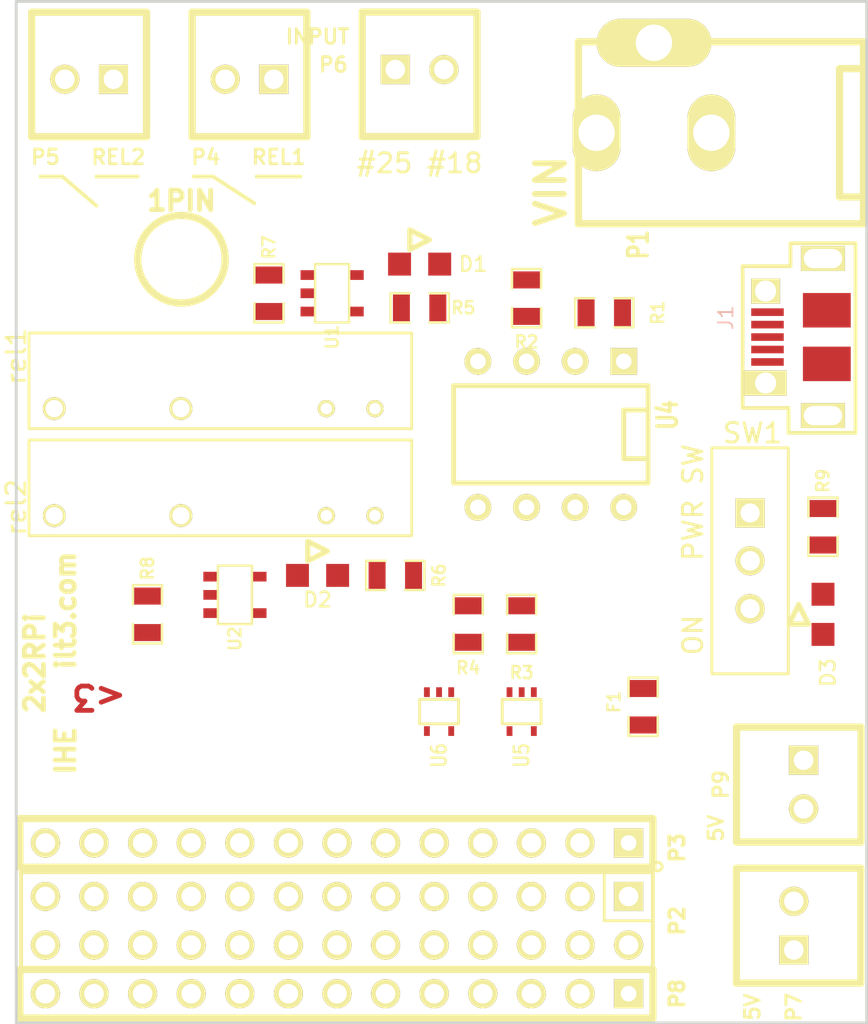
<source format=kicad_pcb>
(kicad_pcb (version 3) (host pcbnew "(2013-mar-13)-testing")

  (general
    (links 94)
    (no_connects 94)
    (area 101.524999 50.724999 146.125001 101.675001)
    (thickness 1.6)
    (drawings 16)
    (tracks 0)
    (zones 0)
    (modules 32)
    (nets 45)
  )

  (page USLetter)
  (title_block 
    (title 2x2RPi)
    (rev 01)
    (company "I Heart Engineering")
    (comment 1 "Designed by Carlos Chinchilla")
  )

  (layers
    (15 F.Cu signal)
    (0 B.Cu signal)
    (16 B.Adhes user)
    (17 F.Adhes user)
    (18 B.Paste user)
    (19 F.Paste user)
    (20 B.SilkS user)
    (21 F.SilkS user)
    (22 B.Mask user)
    (23 F.Mask user)
    (24 Dwgs.User user hide)
    (25 Cmts.User user)
    (26 Eco1.User user)
    (27 Eco2.User user)
    (28 Edge.Cuts user)
  )

  (setup
    (last_trace_width 0.4572)
    (trace_clearance 0.254)
    (zone_clearance 0.508)
    (zone_45_only no)
    (trace_min 0.254)
    (segment_width 0.2)
    (edge_width 0.15)
    (via_size 0.889)
    (via_drill 0.635)
    (via_min_size 0.889)
    (via_min_drill 0.508)
    (uvia_size 0.508)
    (uvia_drill 0.127)
    (uvias_allowed no)
    (uvia_min_size 0.508)
    (uvia_min_drill 0.127)
    (pcb_text_width 0.3)
    (pcb_text_size 1 1)
    (mod_edge_width 0.15)
    (mod_text_size 1 1)
    (mod_text_width 0.15)
    (pad_size 1.524 1.524)
    (pad_drill 1.016)
    (pad_to_mask_clearance 0)
    (aux_axis_origin 101.6 101.6)
    (visible_elements 7FFFFFFF)
    (pcbplotparams
      (layerselection 295698432)
      (usegerberextensions false)
      (excludeedgelayer false)
      (linewidth 152400)
      (plotframeref false)
      (viasonmask false)
      (mode 1)
      (useauxorigin false)
      (hpglpennumber 1)
      (hpglpenspeed 20)
      (hpglpendiameter 15)
      (hpglpenoverlay 2)
      (psnegative false)
      (psa4output false)
      (plotreference false)
      (plotvalue false)
      (plotothertext false)
      (plotinvisibletext false)
      (padsonsilk false)
      (subtractmaskfromsilk false)
      (outputformat 2)
      (mirror false)
      (drillshape 2)
      (scaleselection 1)
      (outputdirectory drawings/))
  )

  (net 0 "")
  (net 1 /3V3)
  (net 2 /5V-RPI)
  (net 3 /5V-Relay1)
  (net 4 /5V-Relay2)
  (net 5 /5Vreg)
  (net 6 /GPIO_18)
  (net 7 /GPIO_23)
  (net 8 /GPIO_24)
  (net 9 /GPIO_25)
  (net 10 /IN_18)
  (net 11 /IN_25)
  (net 12 GND)
  (net 13 N-0000010)
  (net 14 N-0000011)
  (net 15 N-0000012)
  (net 16 N-0000013)
  (net 17 N-0000014)
  (net 18 N-0000015)
  (net 19 N-0000017)
  (net 20 N-0000018)
  (net 21 N-000002)
  (net 22 N-0000022)
  (net 23 N-0000024)
  (net 24 N-0000025)
  (net 25 N-0000026)
  (net 26 N-0000027)
  (net 27 N-0000028)
  (net 28 N-0000029)
  (net 29 N-0000030)
  (net 30 N-0000031)
  (net 31 N-0000032)
  (net 32 N-0000033)
  (net 33 N-0000034)
  (net 34 N-0000035)
  (net 35 N-0000039)
  (net 36 N-000004)
  (net 37 N-0000040)
  (net 38 N-0000041)
  (net 39 N-0000042)
  (net 40 N-0000043)
  (net 41 N-0000044)
  (net 42 N-000005)
  (net 43 N-000006)
  (net 44 N-000007)

  (net_class Default "This is the default net class."
    (clearance 0.254)
    (trace_width 0.4572)
    (via_dia 0.889)
    (via_drill 0.635)
    (uvia_dia 0.508)
    (uvia_drill 0.127)
    (add_net "")
    (add_net /3V3)
    (add_net /5V-Relay1)
    (add_net /5V-Relay2)
    (add_net /5Vreg)
    (add_net /GPIO_18)
    (add_net /GPIO_23)
    (add_net /GPIO_24)
    (add_net /GPIO_25)
    (add_net /IN_18)
    (add_net /IN_25)
    (add_net GND)
    (add_net N-0000010)
    (add_net N-0000011)
    (add_net N-0000012)
    (add_net N-0000013)
    (add_net N-0000014)
    (add_net N-0000015)
    (add_net N-0000017)
    (add_net N-0000018)
    (add_net N-000002)
    (add_net N-0000022)
    (add_net N-0000024)
    (add_net N-0000025)
    (add_net N-0000026)
    (add_net N-0000027)
    (add_net N-0000028)
    (add_net N-0000029)
    (add_net N-0000030)
    (add_net N-0000031)
    (add_net N-0000032)
    (add_net N-0000033)
    (add_net N-0000034)
    (add_net N-0000035)
    (add_net N-0000039)
    (add_net N-000004)
    (add_net N-0000040)
    (add_net N-0000041)
    (add_net N-0000042)
    (add_net N-0000043)
    (add_net N-0000044)
    (add_net N-000005)
    (add_net N-000006)
    (add_net N-000007)
  )

  (net_class PWR ""
    (clearance 0.3556)
    (trace_width 0.4572)
    (via_dia 0.889)
    (via_drill 0.635)
    (uvia_dia 0.508)
    (uvia_drill 0.127)
    (add_net /5V-RPI)
  )

  (module SW_Slide_6x2mm (layer F.Cu) (tedit 51102873) (tstamp 510A6907)
    (at 139.954 80.01 270)
    (descr "Connecteur 3 pins")
    (tags "CONN DEV")
    (path /50F71423)
    (fp_text reference SW1 (at -6.6675 -0.127 360) (layer F.SilkS)
      (effects (font (size 1.016 1.016) (thickness 0.1524)))
    )
    (fp_text value "PWR SW" (at -3.048 2.9845 270) (layer F.SilkS)
      (effects (font (size 1.016 1.016) (thickness 0.1524)))
    )
    (fp_text user ON (at 3.8735 2.9845 270) (layer F.SilkS)
      (effects (font (size 1 1) (thickness 0.15)))
    )
    (fp_line (start -5.89788 1.99898) (end -5.89788 -1.99898) (layer F.SilkS) (width 0.1524))
    (fp_line (start -5.89788 -1.99898) (end 5.89788 -1.99898) (layer F.SilkS) (width 0.1524))
    (fp_line (start 5.89788 -1.99898) (end 5.89788 1.99898) (layer F.SilkS) (width 0.1524))
    (fp_line (start 5.89788 1.99898) (end -5.89788 1.99898) (layer F.SilkS) (width 0.1524))
    (pad 1 thru_hole rect (at -2.49936 0 270) (size 1.524 1.524) (drill 0.998218)
      (layers *.Cu *.Mask F.SilkS)
      (net 12 GND)
    )
    (pad 2 thru_hole circle (at 0 0 270) (size 1.524 1.524) (drill 1.016)
      (layers *.Cu *.Mask F.SilkS)
      (net 43 N-000006)
    )
    (pad 3 thru_hole circle (at 2.49936 0 270) (size 1.524 1.524) (drill 0.998218)
      (layers *.Cu *.Mask F.SilkS)
      (net 5 /5Vreg)
    )
    (model pin_array/pins_array_3x1.wrl
      (at (xyz 0 0 0))
      (scale (xyz 1 1 1))
      (rotate (xyz 0 0 0))
    )
  )

  (module "PIN_ARRAY_2X1_Screw Terminal" (layer F.Cu) (tedit 511027C3) (tstamp 510A69A9)
    (at 122.682 54.356)
    (descr "Connecteurs 2 pins")
    (tags "CONN DEV")
    (path /5109778F)
    (fp_text reference P6 (at -4.5085 -0.254) (layer F.SilkS)
      (effects (font (size 0.762 0.762) (thickness 0.1524)))
    )
    (fp_text value INPUT (at -5.334 -1.7145) (layer F.SilkS)
      (effects (font (size 0.762 0.762) (thickness 0.1524)))
    )
    (fp_text user "#25 #18" (at 0 4.8895) (layer F.SilkS)
      (effects (font (size 1 1) (thickness 0.15)))
    )
    (fp_line (start -2.99974 -2.99974) (end -2.99974 3.50012) (layer F.SilkS) (width 0.381))
    (fp_line (start -2.99974 3.50012) (end 2.99974 3.50012) (layer F.SilkS) (width 0.381))
    (fp_line (start 2.99974 3.50012) (end 2.99974 -2.99974) (layer F.SilkS) (width 0.381))
    (fp_line (start 2.99974 -2.99974) (end -2.99974 -2.99974) (layer F.SilkS) (width 0.381))
    (pad 1 thru_hole rect (at -1.27 0) (size 1.524 1.524) (drill 1.016)
      (layers *.Cu *.Mask F.SilkS)
      (net 11 /IN_25)
    )
    (pad 2 thru_hole circle (at 1.27 0) (size 1.524 1.524) (drill 1.016)
      (layers *.Cu *.Mask F.SilkS)
      (net 10 /IN_18)
    )
    (model pin_array/pins_array_2x1.wrl
      (at (xyz 0 0 0))
      (scale (xyz 1 1 1))
      (rotate (xyz 0 0 0))
    )
  )

  (module pin_array_13x2 (layer F.Cu) (tedit 51C226AF) (tstamp 510A69D5)
    (at 118.364 98.806 180)
    (descr "2 x 13 pins connector")
    (tags CONN)
    (path /50F6FFFF)
    (fp_text reference P2 (at -17.78 0 270) (layer F.SilkS)
      (effects (font (size 0.762 0.762) (thickness 0.1905)))
    )
    (fp_text value CONN_13X2 (at -0.254 0 180) (layer F.SilkS) hide
      (effects (font (size 1.016 1.016) (thickness 0.2032)))
    )
    (fp_line (start -16.51 0) (end -13.97 0) (layer F.SilkS) (width 0.15))
    (fp_line (start -13.97 0) (end -13.97 2.54) (layer F.SilkS) (width 0.15))
    (fp_circle (center -16.77 2.83) (end -16.56 2.75) (layer F.SilkS) (width 0.15))
    (fp_line (start -16.51 2.54) (end 16.51 2.54) (layer F.SilkS) (width 0.2032))
    (fp_line (start 16.51 -2.54) (end -16.51 -2.54) (layer F.SilkS) (width 0.2032))
    (fp_line (start -16.51 -2.54) (end -16.51 2.54) (layer F.SilkS) (width 0.2032))
    (fp_line (start 16.51 2.54) (end 16.51 -2.54) (layer F.SilkS) (width 0.2032))
    (pad 1 thru_hole rect (at -15.24 1.27 180) (size 1.524 1.524) (drill 1.016)
      (layers *.Cu *.Mask F.SilkS)
      (net 1 /3V3)
    )
    (pad 2 thru_hole circle (at -15.24 -1.27 180) (size 1.524 1.524) (drill 1.016)
      (layers *.Cu *.Mask F.SilkS)
      (net 2 /5V-RPI)
    )
    (pad 3 thru_hole circle (at -12.7 1.27 180) (size 1.524 1.524) (drill 1.016)
      (layers *.Cu *.Mask F.SilkS)
      (net 17 N-0000014)
    )
    (pad 4 thru_hole circle (at -12.7 -1.27 180) (size 1.524 1.524) (drill 1.016)
      (layers *.Cu *.Mask F.SilkS)
      (net 2 /5V-RPI)
    )
    (pad 5 thru_hole circle (at -10.16 1.27 180) (size 1.524 1.524) (drill 1.016)
      (layers *.Cu *.Mask F.SilkS)
      (net 34 N-0000035)
    )
    (pad 6 thru_hole circle (at -10.16 -1.27 180) (size 1.524 1.524) (drill 1.016)
      (layers *.Cu *.Mask F.SilkS)
      (net 12 GND)
    )
    (pad 7 thru_hole circle (at -7.62 1.27 180) (size 1.524 1.524) (drill 1.016)
      (layers *.Cu *.Mask F.SilkS)
      (net 33 N-0000034)
    )
    (pad 8 thru_hole circle (at -7.62 -1.27 180) (size 1.524 1.524) (drill 1.016)
      (layers *.Cu *.Mask F.SilkS)
      (net 20 N-0000018)
    )
    (pad 9 thru_hole circle (at -5.08 1.27 180) (size 1.524 1.524) (drill 1.016)
      (layers *.Cu *.Mask F.SilkS)
      (net 12 GND)
    )
    (pad 10 thru_hole circle (at -5.08 -1.27 180) (size 1.524 1.524) (drill 1.016)
      (layers *.Cu *.Mask F.SilkS)
      (net 19 N-0000017)
    )
    (pad 11 thru_hole circle (at -2.54 1.27 180) (size 1.524 1.524) (drill 1.016)
      (layers *.Cu *.Mask F.SilkS)
      (net 32 N-0000033)
    )
    (pad 12 thru_hole circle (at -2.54 -1.27 180) (size 1.524 1.524) (drill 1.016)
      (layers *.Cu *.Mask F.SilkS)
      (net 6 /GPIO_18)
    )
    (pad 13 thru_hole circle (at 0 1.27 180) (size 1.524 1.524) (drill 1.016)
      (layers *.Cu *.Mask F.SilkS)
      (net 31 N-0000032)
    )
    (pad 14 thru_hole circle (at 0 -1.27 180) (size 1.524 1.524) (drill 1.016)
      (layers *.Cu *.Mask F.SilkS)
      (net 12 GND)
    )
    (pad 15 thru_hole circle (at 2.54 1.27 180) (size 1.524 1.524) (drill 1.016)
      (layers *.Cu *.Mask F.SilkS)
      (net 30 N-0000031)
    )
    (pad 16 thru_hole circle (at 2.54 -1.27 180) (size 1.524 1.524) (drill 1.016)
      (layers *.Cu *.Mask F.SilkS)
      (net 7 /GPIO_23)
    )
    (pad 17 thru_hole circle (at 5.08 1.27 180) (size 1.524 1.524) (drill 1.016)
      (layers *.Cu *.Mask F.SilkS)
      (net 29 N-0000030)
    )
    (pad 18 thru_hole circle (at 5.08 -1.27 180) (size 1.524 1.524) (drill 1.016)
      (layers *.Cu *.Mask F.SilkS)
      (net 8 /GPIO_24)
    )
    (pad 19 thru_hole circle (at 7.62 1.27 180) (size 1.524 1.524) (drill 1.016)
      (layers *.Cu *.Mask F.SilkS)
      (net 28 N-0000029)
    )
    (pad 20 thru_hole circle (at 7.62 -1.27 180) (size 1.524 1.524) (drill 1.016)
      (layers *.Cu *.Mask F.SilkS)
      (net 12 GND)
    )
    (pad 21 thru_hole circle (at 10.16 1.27 180) (size 1.524 1.524) (drill 1.016)
      (layers *.Cu *.Mask F.SilkS)
      (net 26 N-0000027)
    )
    (pad 22 thru_hole circle (at 10.16 -1.27 180) (size 1.524 1.524) (drill 1.016)
      (layers *.Cu *.Mask F.SilkS)
      (net 9 /GPIO_25)
    )
    (pad 23 thru_hole circle (at 12.7 1.27 180) (size 1.524 1.524) (drill 1.016)
      (layers *.Cu *.Mask F.SilkS)
      (net 27 N-0000028)
    )
    (pad 24 thru_hole circle (at 12.7 -1.27 180) (size 1.524 1.524) (drill 1.016)
      (layers *.Cu *.Mask F.SilkS)
      (net 23 N-0000024)
    )
    (pad 25 thru_hole circle (at 15.24 1.27 180) (size 1.524 1.524) (drill 1.016)
      (layers *.Cu *.Mask F.SilkS)
      (net 12 GND)
    )
    (pad 26 thru_hole circle (at 15.24 -1.27 180) (size 1.524 1.524) (drill 1.016)
      (layers *.Cu *.Mask F.SilkS)
      (net 22 N-0000022)
    )
    (model pin_array/pins_array_13x2.wrl
      (at (xyz 0 0 0))
      (scale (xyz 1 1 1))
      (rotate (xyz 0 0 0))
    )
  )

  (module SOT23-5 (layer F.Cu) (tedit 51100DA8) (tstamp 510A6922)
    (at 113.03 81.788 270)
    (path /51096935)
    (attr smd)
    (fp_text reference U2 (at 2.286 0 270) (layer F.SilkS)
      (effects (font (size 0.635 0.635) (thickness 0.127)))
    )
    (fp_text value LowCurVReg (at 0 0 360) (layer F.SilkS) hide
      (effects (font (size 0.635 0.635) (thickness 0.127)))
    )
    (fp_line (start 1.524 -0.889) (end 1.524 0.889) (layer F.SilkS) (width 0.127))
    (fp_line (start 1.524 0.889) (end -1.524 0.889) (layer F.SilkS) (width 0.127))
    (fp_line (start -1.524 0.889) (end -1.524 -0.889) (layer F.SilkS) (width 0.127))
    (fp_line (start -1.524 -0.889) (end 1.524 -0.889) (layer F.SilkS) (width 0.127))
    (pad 1 smd rect (at -0.9525 1.27 270) (size 0.508 0.762)
      (layers F.Cu F.Paste F.Mask)
      (net 2 /5V-RPI)
    )
    (pad 3 smd rect (at 0.9525 1.27 270) (size 0.508 0.762)
      (layers F.Cu F.Paste F.Mask)
      (net 8 /GPIO_24)
    )
    (pad 5 smd rect (at -0.9525 -1.27 270) (size 0.508 0.762)
      (layers F.Cu F.Paste F.Mask)
      (net 4 /5V-Relay2)
    )
    (pad 2 smd rect (at 0 1.27 270) (size 0.508 0.762)
      (layers F.Cu F.Paste F.Mask)
      (net 12 GND)
    )
    (pad 4 smd rect (at 0.9525 -1.27 270) (size 0.508 0.762)
      (layers F.Cu F.Paste F.Mask)
    )
    (model smd/SOT23_5.wrl
      (at (xyz 0 0 0))
      (scale (xyz 0.1 0.1 0.1))
      (rotate (xyz 0 0 0))
    )
  )

  (module SOT23-5 (layer F.Cu) (tedit 51100DB4) (tstamp 510A692F)
    (at 118.11 66.04 270)
    (path /50F73BFD)
    (attr smd)
    (fp_text reference U1 (at 2.286 0 270) (layer F.SilkS)
      (effects (font (size 0.635 0.635) (thickness 0.127)))
    )
    (fp_text value LowCurVReg (at 0 0 360) (layer F.SilkS) hide
      (effects (font (size 0.635 0.635) (thickness 0.127)))
    )
    (fp_line (start 1.524 -0.889) (end 1.524 0.889) (layer F.SilkS) (width 0.127))
    (fp_line (start 1.524 0.889) (end -1.524 0.889) (layer F.SilkS) (width 0.127))
    (fp_line (start -1.524 0.889) (end -1.524 -0.889) (layer F.SilkS) (width 0.127))
    (fp_line (start -1.524 -0.889) (end 1.524 -0.889) (layer F.SilkS) (width 0.127))
    (pad 1 smd rect (at -0.9525 1.27 270) (size 0.508 0.762)
      (layers F.Cu F.Paste F.Mask)
      (net 2 /5V-RPI)
    )
    (pad 3 smd rect (at 0.9525 1.27 270) (size 0.508 0.762)
      (layers F.Cu F.Paste F.Mask)
      (net 7 /GPIO_23)
    )
    (pad 5 smd rect (at -0.9525 -1.27 270) (size 0.508 0.762)
      (layers F.Cu F.Paste F.Mask)
      (net 3 /5V-Relay1)
    )
    (pad 2 smd rect (at 0 1.27 270) (size 0.508 0.762)
      (layers F.Cu F.Paste F.Mask)
      (net 12 GND)
    )
    (pad 4 smd rect (at 0.9525 -1.27 270) (size 0.508 0.762)
      (layers F.Cu F.Paste F.Mask)
    )
    (model smd/SOT23_5.wrl
      (at (xyz 0 0 0))
      (scale (xyz 0.1 0.1 0.1))
      (rotate (xyz 0 0 0))
    )
  )

  (module SM0805_NonPol (layer F.Cu) (tedit 51100D43) (tstamp 510A693B)
    (at 125.222 83.312 270)
    (path /510975F8)
    (attr smd)
    (fp_text reference R4 (at 2.286 0 360) (layer F.SilkS)
      (effects (font (size 0.635 0.635) (thickness 0.127)))
    )
    (fp_text value 1k (at 0 0.59944 270) (layer F.SilkS) hide
      (effects (font (size 0.635 0.635) (thickness 0.127)))
    )
    (fp_line (start -0.508 0.762) (end -1.524 0.762) (layer F.SilkS) (width 0.127))
    (fp_line (start -1.524 0.762) (end -1.524 -0.762) (layer F.SilkS) (width 0.127))
    (fp_line (start -1.524 -0.762) (end -0.508 -0.762) (layer F.SilkS) (width 0.127))
    (fp_line (start 0.508 -0.762) (end 1.524 -0.762) (layer F.SilkS) (width 0.127))
    (fp_line (start 1.524 -0.762) (end 1.524 0.762) (layer F.SilkS) (width 0.127))
    (fp_line (start 1.524 0.762) (end 0.508 0.762) (layer F.SilkS) (width 0.127))
    (pad 1 smd rect (at -0.9525 0 270) (size 0.889 1.397)
      (layers F.Cu F.Paste F.Mask)
      (net 37 N-0000040)
    )
    (pad 2 smd rect (at 0.9525 0 270) (size 0.889 1.397)
      (layers F.Cu F.Paste F.Mask)
      (net 1 /3V3)
    )
    (model smd/chip_cms.wrl
      (at (xyz 0 0 0))
      (scale (xyz 0.1 0.1 0.1))
      (rotate (xyz 0 0 0))
    )
  )

  (module SM0805_NonPol (layer F.Cu) (tedit 51100D3E) (tstamp 510A6947)
    (at 128.016 83.312 270)
    (path /51097605)
    (attr smd)
    (fp_text reference R3 (at 2.54 0 360) (layer F.SilkS)
      (effects (font (size 0.635 0.635) (thickness 0.127)))
    )
    (fp_text value 1k (at 0 0.59944 270) (layer F.SilkS) hide
      (effects (font (size 0.635 0.635) (thickness 0.127)))
    )
    (fp_line (start -0.508 0.762) (end -1.524 0.762) (layer F.SilkS) (width 0.127))
    (fp_line (start -1.524 0.762) (end -1.524 -0.762) (layer F.SilkS) (width 0.127))
    (fp_line (start -1.524 -0.762) (end -0.508 -0.762) (layer F.SilkS) (width 0.127))
    (fp_line (start 0.508 -0.762) (end 1.524 -0.762) (layer F.SilkS) (width 0.127))
    (fp_line (start 1.524 -0.762) (end 1.524 0.762) (layer F.SilkS) (width 0.127))
    (fp_line (start 1.524 0.762) (end 0.508 0.762) (layer F.SilkS) (width 0.127))
    (pad 1 smd rect (at -0.9525 0 270) (size 0.889 1.397)
      (layers F.Cu F.Paste F.Mask)
      (net 35 N-0000039)
    )
    (pad 2 smd rect (at 0.9525 0 270) (size 0.889 1.397)
      (layers F.Cu F.Paste F.Mask)
      (net 1 /3V3)
    )
    (model smd/chip_cms.wrl
      (at (xyz 0 0 0))
      (scale (xyz 0.1 0.1 0.1))
      (rotate (xyz 0 0 0))
    )
  )

  (module SM0805_NonPol (layer F.Cu) (tedit 51100FCB) (tstamp 510A6953)
    (at 132.334 67.056)
    (path /51097A13)
    (attr smd)
    (fp_text reference R1 (at 2.794 0 90) (layer F.SilkS)
      (effects (font (size 0.635 0.635) (thickness 0.127)))
    )
    (fp_text value 680 (at 0 0.59944) (layer F.SilkS) hide
      (effects (font (size 0.635 0.635) (thickness 0.127)))
    )
    (fp_line (start -0.508 0.762) (end -1.524 0.762) (layer F.SilkS) (width 0.127))
    (fp_line (start -1.524 0.762) (end -1.524 -0.762) (layer F.SilkS) (width 0.127))
    (fp_line (start -1.524 -0.762) (end -0.508 -0.762) (layer F.SilkS) (width 0.127))
    (fp_line (start 0.508 -0.762) (end 1.524 -0.762) (layer F.SilkS) (width 0.127))
    (fp_line (start 1.524 -0.762) (end 1.524 0.762) (layer F.SilkS) (width 0.127))
    (fp_line (start 1.524 0.762) (end 0.508 0.762) (layer F.SilkS) (width 0.127))
    (pad 1 smd rect (at -0.9525 0) (size 0.889 1.397)
      (layers F.Cu F.Paste F.Mask)
      (net 10 /IN_18)
    )
    (pad 2 smd rect (at 0.9525 0) (size 0.889 1.397)
      (layers F.Cu F.Paste F.Mask)
      (net 15 N-0000012)
    )
    (model smd/chip_cms.wrl
      (at (xyz 0 0 0))
      (scale (xyz 0.1 0.1 0.1))
      (rotate (xyz 0 0 0))
    )
  )

  (module SM0805_NonPol (layer F.Cu) (tedit 51100FDB) (tstamp 510A695F)
    (at 128.27 66.294 270)
    (path /51097A9C)
    (attr smd)
    (fp_text reference R2 (at 2.286 0 360) (layer F.SilkS)
      (effects (font (size 0.635 0.635) (thickness 0.127)))
    )
    (fp_text value 680 (at 0 0.59944 270) (layer F.SilkS) hide
      (effects (font (size 0.635 0.635) (thickness 0.127)))
    )
    (fp_line (start -0.508 0.762) (end -1.524 0.762) (layer F.SilkS) (width 0.127))
    (fp_line (start -1.524 0.762) (end -1.524 -0.762) (layer F.SilkS) (width 0.127))
    (fp_line (start -1.524 -0.762) (end -0.508 -0.762) (layer F.SilkS) (width 0.127))
    (fp_line (start 0.508 -0.762) (end 1.524 -0.762) (layer F.SilkS) (width 0.127))
    (fp_line (start 1.524 -0.762) (end 1.524 0.762) (layer F.SilkS) (width 0.127))
    (fp_line (start 1.524 0.762) (end 0.508 0.762) (layer F.SilkS) (width 0.127))
    (pad 1 smd rect (at -0.9525 0 270) (size 0.889 1.397)
      (layers F.Cu F.Paste F.Mask)
      (net 11 /IN_25)
    )
    (pad 2 smd rect (at 0.9525 0 270) (size 0.889 1.397)
      (layers F.Cu F.Paste F.Mask)
      (net 14 N-0000011)
    )
    (model smd/chip_cms.wrl
      (at (xyz 0 0 0))
      (scale (xyz 0.1 0.1 0.1))
      (rotate (xyz 0 0 0))
    )
  )

  (module Relay (layer F.Cu) (tedit 51B90C42) (tstamp 510A696B)
    (at 112.268 70.612 180)
    (path /50F73F7C)
    (fp_text reference rel1 (at 10.668 1.27 270) (layer F.SilkS)
      (effects (font (size 1 1) (thickness 0.15)))
    )
    (fp_text value RELAY (at -6.01 0.67 180) (layer F.SilkS) hide
      (effects (font (size 1 1) (thickness 0.15)))
    )
    (fp_line (start -10 -2.5) (end -10 2.5) (layer F.SilkS) (width 0.15))
    (fp_line (start -10 2.5) (end 10 2.5) (layer F.SilkS) (width 0.15))
    (fp_line (start 10 2.5) (end 10 -2.5) (layer F.SilkS) (width 0.15))
    (fp_line (start 10 -2.5) (end -10 -2.5) (layer F.SilkS) (width 0.15))
    (pad 4 thru_hole circle (at 8.68 -1.45 180) (size 1.2 1.2) (drill 0.9)
      (layers *.Cu *.Mask F.SilkS)
      (net 38 N-0000041)
    )
    (pad 3 thru_hole circle (at 2.06 -1.45 180) (size 1.2 1.2) (drill 0.9)
      (layers *.Cu *.Mask F.SilkS)
      (net 39 N-0000042)
    )
    (pad 1 thru_hole circle (at -8.08 -1.45 180) (size 0.9 0.9) (drill 0.599998)
      (layers *.Cu *.Mask F.SilkS)
      (net 16 N-0000013)
    )
    (pad 2 thru_hole circle (at -5.54 -1.45 180) (size 0.9 0.9) (drill 0.599998)
      (layers *.Cu *.Mask F.SilkS)
      (net 12 GND)
    )
  )

  (module Relay (layer F.Cu) (tedit 51B90C46) (tstamp 510A6977)
    (at 112.268 76.2 180)
    (path /51096945)
    (fp_text reference rel2 (at 10.668 -1.016 270) (layer F.SilkS)
      (effects (font (size 1 1) (thickness 0.15)))
    )
    (fp_text value RELAY (at -6.01 0.67 180) (layer F.SilkS) hide
      (effects (font (size 1 1) (thickness 0.15)))
    )
    (fp_line (start -10 -2.5) (end -10 2.5) (layer F.SilkS) (width 0.15))
    (fp_line (start -10 2.5) (end 10 2.5) (layer F.SilkS) (width 0.15))
    (fp_line (start 10 2.5) (end 10 -2.5) (layer F.SilkS) (width 0.15))
    (fp_line (start 10 -2.5) (end -10 -2.5) (layer F.SilkS) (width 0.15))
    (pad 4 thru_hole circle (at 8.68 -1.45 180) (size 1.2 1.2) (drill 0.9)
      (layers *.Cu *.Mask F.SilkS)
      (net 40 N-0000043)
    )
    (pad 3 thru_hole circle (at 2.06 -1.45 180) (size 1.2 1.2) (drill 0.9)
      (layers *.Cu *.Mask F.SilkS)
      (net 41 N-0000044)
    )
    (pad 1 thru_hole circle (at -8.08 -1.45 180) (size 0.9 0.9) (drill 0.599998)
      (layers *.Cu *.Mask F.SilkS)
      (net 36 N-000004)
    )
    (pad 2 thru_hole circle (at -5.54 -1.45 180) (size 0.9 0.9) (drill 0.599998)
      (layers *.Cu *.Mask F.SilkS)
      (net 12 GND)
    )
  )

  (module DIP-8__300 (layer F.Cu) (tedit 51C225F5) (tstamp 510A69E8)
    (at 129.54 73.406 180)
    (descr "8 pins DIL package, round pads")
    (tags DIL)
    (path /510974CE)
    (fp_text reference U4 (at -6.096 1.016 270) (layer F.SilkS)
      (effects (font (size 1.016 0.762) (thickness 0.1905)))
    )
    (fp_text value TLP2531 (at 0 0 180) (layer F.SilkS) hide
      (effects (font (size 1.27 1.016) (thickness 0.2032)))
    )
    (fp_line (start -5.08 -1.27) (end -3.81 -1.27) (layer F.SilkS) (width 0.254))
    (fp_line (start -3.81 -1.27) (end -3.81 1.27) (layer F.SilkS) (width 0.254))
    (fp_line (start -3.81 1.27) (end -5.08 1.27) (layer F.SilkS) (width 0.254))
    (fp_line (start -5.08 -2.54) (end 5.08 -2.54) (layer F.SilkS) (width 0.254))
    (fp_line (start 5.08 -2.54) (end 5.08 2.54) (layer F.SilkS) (width 0.254))
    (fp_line (start 5.08 2.54) (end -5.08 2.54) (layer F.SilkS) (width 0.254))
    (fp_line (start -5.08 2.54) (end -5.08 -2.54) (layer F.SilkS) (width 0.254))
    (pad 1 thru_hole rect (at -3.81 3.81 180) (size 1.397 1.397) (drill 0.812799)
      (layers *.Cu *.Mask F.SilkS)
      (net 15 N-0000012)
    )
    (pad 2 thru_hole circle (at -1.27 3.81 180) (size 1.397 1.397) (drill 0.812799)
      (layers *.Cu *.Mask F.SilkS)
      (net 12 GND)
    )
    (pad 3 thru_hole circle (at 1.27 3.81 180) (size 1.397 1.397) (drill 0.812799)
      (layers *.Cu *.Mask F.SilkS)
      (net 14 N-0000011)
    )
    (pad 4 thru_hole circle (at 3.81 3.81 180) (size 1.397 1.397) (drill 0.812799)
      (layers *.Cu *.Mask F.SilkS)
      (net 12 GND)
    )
    (pad 5 thru_hole circle (at 3.81 -3.81 180) (size 1.397 1.397) (drill 0.812799)
      (layers *.Cu *.Mask F.SilkS)
      (net 12 GND)
    )
    (pad 6 thru_hole circle (at 1.27 -3.81 180) (size 1.397 1.397) (drill 0.812799)
      (layers *.Cu *.Mask F.SilkS)
      (net 37 N-0000040)
    )
    (pad 7 thru_hole circle (at -1.27 -3.81 180) (size 1.397 1.397) (drill 0.812799)
      (layers *.Cu *.Mask F.SilkS)
      (net 35 N-0000039)
    )
    (pad 8 thru_hole circle (at -3.81 -3.81 180) (size 1.397 1.397) (drill 0.812799)
      (layers *.Cu *.Mask F.SilkS)
      (net 1 /3V3)
    )
    (model dil/dil_8.wrl
      (at (xyz 0 0 0))
      (scale (xyz 1 1 1))
      (rotate (xyz 0 0 0))
    )
  )

  (module SOT353 (layer F.Cu) (tedit 51C2263D) (tstamp 5110012E)
    (at 123.698 87.884 270)
    (descr SOT353)
    (path /511000CE)
    (attr smd)
    (fp_text reference U6 (at 2.286 0 270) (layer F.SilkS)
      (effects (font (size 0.762 0.635) (thickness 0.127)))
    )
    (fp_text value INVERTER-1CH (at 0.09906 0 360) (layer F.SilkS) hide
      (effects (font (size 0.762 0.635) (thickness 0.127)))
    )
    (fp_line (start 0.635 1.016) (end 0.635 -1.016) (layer F.SilkS) (width 0.1524))
    (fp_line (start 0.635 -1.016) (end -0.635 -1.016) (layer F.SilkS) (width 0.1524))
    (fp_line (start -0.635 -1.016) (end -0.635 1.016) (layer F.SilkS) (width 0.1524))
    (fp_line (start -0.635 1.016) (end 0.635 1.016) (layer F.SilkS) (width 0.1524))
    (pad 1 smd rect (at -1.016 -0.635 270) (size 0.508 0.3048)
      (layers F.Cu F.Paste F.Mask)
      (net 18 N-0000015)
    )
    (pad 3 smd rect (at -1.016 0.635 270) (size 0.508 0.3048)
      (layers F.Cu F.Paste F.Mask)
      (net 12 GND)
    )
    (pad 5 smd rect (at 1.016 -0.635 270) (size 0.508 0.3048)
      (layers F.Cu F.Paste F.Mask)
      (net 1 /3V3)
    )
    (pad 2 smd rect (at -1.016 0 270) (size 0.508 0.3048)
      (layers F.Cu F.Paste F.Mask)
      (net 37 N-0000040)
    )
    (pad 4 smd rect (at 1.016 0.635 270) (size 0.508 0.3048)
      (layers F.Cu F.Paste F.Mask)
      (net 9 /GPIO_25)
    )
    (model smd/SOT23_5.wrl
      (at (xyz 0 0 0))
      (scale (xyz 0.07000000000000001 0.09 0.08))
      (rotate (xyz 0 0 90))
    )
  )

  (module SOT353 (layer F.Cu) (tedit 51C22633) (tstamp 510A6915)
    (at 128.016 87.884 270)
    (descr SOT353)
    (path /51100048)
    (attr smd)
    (fp_text reference U5 (at 2.286 0 270) (layer F.SilkS)
      (effects (font (size 0.762 0.635) (thickness 0.127)))
    )
    (fp_text value INVERTER-1CH (at 0.09906 0 270) (layer F.SilkS) hide
      (effects (font (size 0.762 0.635) (thickness 0.127)))
    )
    (fp_line (start 0.635 1.016) (end 0.635 -1.016) (layer F.SilkS) (width 0.1524))
    (fp_line (start 0.635 -1.016) (end -0.635 -1.016) (layer F.SilkS) (width 0.1524))
    (fp_line (start -0.635 -1.016) (end -0.635 1.016) (layer F.SilkS) (width 0.1524))
    (fp_line (start -0.635 1.016) (end 0.635 1.016) (layer F.SilkS) (width 0.1524))
    (pad 1 smd rect (at -1.016 -0.635 270) (size 0.508 0.3048)
      (layers F.Cu F.Paste F.Mask)
      (net 13 N-0000010)
    )
    (pad 3 smd rect (at -1.016 0.635 270) (size 0.508 0.3048)
      (layers F.Cu F.Paste F.Mask)
      (net 12 GND)
    )
    (pad 5 smd rect (at 1.016 -0.635 270) (size 0.508 0.3048)
      (layers F.Cu F.Paste F.Mask)
      (net 1 /3V3)
    )
    (pad 2 smd rect (at -1.016 0 270) (size 0.508 0.3048)
      (layers F.Cu F.Paste F.Mask)
      (net 35 N-0000039)
    )
    (pad 4 smd rect (at 1.016 0.635 270) (size 0.508 0.3048)
      (layers F.Cu F.Paste F.Mask)
      (net 6 /GPIO_18)
    )
    (model smd/SOT23_5.wrl
      (at (xyz 0 0 0))
      (scale (xyz 0.07000000000000001 0.09 0.08))
      (rotate (xyz 0 0 90))
    )
  )

  (module "PIN_ARRAY_2X1_Screw Terminal" (layer F.Cu) (tedit 51100ECA) (tstamp 510A6981)
    (at 113.792 54.864 180)
    (descr "Connecteurs 2 pins")
    (tags "CONN DEV")
    (path /50F73F8B)
    (fp_text reference P4 (at 2.286 -4.064 180) (layer F.SilkS)
      (effects (font (size 0.762 0.762) (thickness 0.1524)))
    )
    (fp_text value REL1 (at -1.524 -4.064 180) (layer F.SilkS)
      (effects (font (size 0.762 0.762) (thickness 0.1524)))
    )
    (fp_line (start -2.99974 -2.99974) (end -2.99974 3.50012) (layer F.SilkS) (width 0.381))
    (fp_line (start -2.99974 3.50012) (end 2.99974 3.50012) (layer F.SilkS) (width 0.381))
    (fp_line (start 2.99974 3.50012) (end 2.99974 -2.99974) (layer F.SilkS) (width 0.381))
    (fp_line (start 2.99974 -2.99974) (end -2.99974 -2.99974) (layer F.SilkS) (width 0.381))
    (pad 1 thru_hole rect (at -1.27 0 180) (size 1.524 1.524) (drill 1.016)
      (layers *.Cu *.Mask F.SilkS)
      (net 39 N-0000042)
    )
    (pad 2 thru_hole circle (at 1.27 0 180) (size 1.524 1.524) (drill 1.016)
      (layers *.Cu *.Mask F.SilkS)
      (net 38 N-0000041)
    )
    (model pin_array/pins_array_2x1.wrl
      (at (xyz 0 0 0))
      (scale (xyz 1 1 1))
      (rotate (xyz 0 0 0))
    )
  )

  (module "PIN_ARRAY_2X1_Screw Terminal" (layer F.Cu) (tedit 511027B9) (tstamp 510A698B)
    (at 142.24 99.06 90)
    (descr "Connecteurs 2 pins")
    (tags "CONN DEV")
    (path /50F7406E)
    (fp_text reference P7 (at -4.2545 0 90) (layer F.SilkS)
      (effects (font (size 0.762 0.762) (thickness 0.1524)))
    )
    (fp_text value 5V (at -4.2545 -2.159 90) (layer F.SilkS)
      (effects (font (size 0.762 0.762) (thickness 0.1524)))
    )
    (fp_line (start -2.99974 -2.99974) (end -2.99974 3.50012) (layer F.SilkS) (width 0.381))
    (fp_line (start -2.99974 3.50012) (end 2.99974 3.50012) (layer F.SilkS) (width 0.381))
    (fp_line (start 2.99974 3.50012) (end 2.99974 -2.99974) (layer F.SilkS) (width 0.381))
    (fp_line (start 2.99974 -2.99974) (end -2.99974 -2.99974) (layer F.SilkS) (width 0.381))
    (pad 1 thru_hole rect (at -1.27 0 90) (size 1.524 1.524) (drill 1.016)
      (layers *.Cu *.Mask F.SilkS)
      (net 2 /5V-RPI)
    )
    (pad 2 thru_hole circle (at 1.27 0 90) (size 1.524 1.524) (drill 1.016)
      (layers *.Cu *.Mask F.SilkS)
      (net 12 GND)
    )
    (model pin_array/pins_array_2x1.wrl
      (at (xyz 0 0 0))
      (scale (xyz 1 1 1))
      (rotate (xyz 0 0 0))
    )
  )

  (module "PIN_ARRAY_2X1_Screw Terminal" (layer F.Cu) (tedit 51100C78) (tstamp 510A699F)
    (at 105.41 54.864 180)
    (descr "Connecteurs 2 pins")
    (tags "CONN DEV")
    (path /5109694B)
    (fp_text reference P5 (at 2.286 -4.064 180) (layer F.SilkS)
      (effects (font (size 0.762 0.762) (thickness 0.1524)))
    )
    (fp_text value REL2 (at -1.524 -4.064 180) (layer F.SilkS)
      (effects (font (size 0.762 0.762) (thickness 0.1524)))
    )
    (fp_line (start -2.99974 -2.99974) (end -2.99974 3.50012) (layer F.SilkS) (width 0.381))
    (fp_line (start -2.99974 3.50012) (end 2.99974 3.50012) (layer F.SilkS) (width 0.381))
    (fp_line (start 2.99974 3.50012) (end 2.99974 -2.99974) (layer F.SilkS) (width 0.381))
    (fp_line (start 2.99974 -2.99974) (end -2.99974 -2.99974) (layer F.SilkS) (width 0.381))
    (pad 1 thru_hole rect (at -1.27 0 180) (size 1.524 1.524) (drill 1.016)
      (layers *.Cu *.Mask F.SilkS)
      (net 41 N-0000044)
    )
    (pad 2 thru_hole circle (at 1.27 0 180) (size 1.524 1.524) (drill 1.016)
      (layers *.Cu *.Mask F.SilkS)
      (net 40 N-0000043)
    )
    (model pin_array/pins_array_2x1.wrl
      (at (xyz 0 0 0))
      (scale (xyz 1 1 1))
      (rotate (xyz 0 0 0))
    )
  )

  (module PJ-102A (layer F.Cu) (tedit 51C22618) (tstamp 510A6995)
    (at 138.43 57.658 180)
    (path /50F708FB)
    (fp_text reference P1 (at 4.318 -5.842 270) (layer F.SilkS)
      (effects (font (size 1.016 0.762) (thickness 0.1905)))
    )
    (fp_text value VIN (at 8.89 -3.048 270) (layer F.SilkS)
      (effects (font (thickness 0.3048)))
    )
    (fp_line (start -7.29996 -3.35026) (end -6.20014 -3.35026) (layer F.SilkS) (width 0.381))
    (fp_line (start -6.20014 -3.35026) (end -6.20014 3.35026) (layer F.SilkS) (width 0.381))
    (fp_line (start -6.20014 3.35026) (end -7.2009 3.35026) (layer F.SilkS) (width 0.381))
    (fp_line (start -7.44982 -4.7498) (end 7.44982 -4.7498) (layer F.SilkS) (width 0.381))
    (fp_line (start 7.44982 -4.7498) (end 7.44982 4.7498) (layer F.SilkS) (width 0.381))
    (fp_line (start 7.44982 4.7498) (end -7.44982 4.7498) (layer F.SilkS) (width 0.381))
    (fp_line (start -7.44982 4.7498) (end -7.44982 -4.7498) (layer F.SilkS) (width 0.381))
    (pad 3 thru_hole oval (at 3.50012 4.699 180) (size 5.99948 2.49936) (drill 1.89992)
      (layers *.Cu *.Mask F.SilkS)
    )
    (pad 2 thru_hole oval (at 0.50038 0 180) (size 2.49936 4.0005) (drill 1.89992)
      (layers *.Cu *.Mask F.SilkS)
      (net 12 GND)
    )
    (pad 1 thru_hole oval (at 6.49986 0 180) (size 2.49936 4.0005) (drill 1.89992)
      (layers *.Cu *.Mask F.SilkS)
      (net 5 /5Vreg)
    )
  )

  (module SM0805_NonPol (layer F.Cu) (tedit 51C2119E) (tstamp 51B90C6A)
    (at 122.682 66.802 180)
    (path /51B90B25)
    (attr smd)
    (fp_text reference R5 (at -2.286 0 180) (layer F.SilkS)
      (effects (font (size 0.635 0.635) (thickness 0.127)))
    )
    (fp_text value R (at 0 0.59944 180) (layer F.SilkS) hide
      (effects (font (size 0.635 0.635) (thickness 0.127)))
    )
    (fp_line (start -0.508 0.762) (end -1.524 0.762) (layer F.SilkS) (width 0.127))
    (fp_line (start -1.524 0.762) (end -1.524 -0.762) (layer F.SilkS) (width 0.127))
    (fp_line (start -1.524 -0.762) (end -0.508 -0.762) (layer F.SilkS) (width 0.127))
    (fp_line (start 0.508 -0.762) (end 1.524 -0.762) (layer F.SilkS) (width 0.127))
    (fp_line (start 1.524 -0.762) (end 1.524 0.762) (layer F.SilkS) (width 0.127))
    (fp_line (start 1.524 0.762) (end 0.508 0.762) (layer F.SilkS) (width 0.127))
    (pad 1 smd rect (at -0.9525 0 180) (size 0.889 1.397)
      (layers F.Cu F.Paste F.Mask)
      (net 21 N-000002)
    )
    (pad 2 smd rect (at 0.9525 0 180) (size 0.889 1.397)
      (layers F.Cu F.Paste F.Mask)
      (net 16 N-0000013)
    )
    (model smd/chip_cms.wrl
      (at (xyz 0 0 0))
      (scale (xyz 0.1 0.1 0.1))
      (rotate (xyz 0 0 0))
    )
  )

  (module SM0805_NonPol (layer F.Cu) (tedit 51C211B9) (tstamp 51B90C76)
    (at 121.412 80.772)
    (path /51B90B3B)
    (attr smd)
    (fp_text reference R6 (at 2.286 0 90) (layer F.SilkS)
      (effects (font (size 0.635 0.635) (thickness 0.127)))
    )
    (fp_text value R (at 0 0.59944) (layer F.SilkS) hide
      (effects (font (size 0.635 0.635) (thickness 0.127)))
    )
    (fp_line (start -0.508 0.762) (end -1.524 0.762) (layer F.SilkS) (width 0.127))
    (fp_line (start -1.524 0.762) (end -1.524 -0.762) (layer F.SilkS) (width 0.127))
    (fp_line (start -1.524 -0.762) (end -0.508 -0.762) (layer F.SilkS) (width 0.127))
    (fp_line (start 0.508 -0.762) (end 1.524 -0.762) (layer F.SilkS) (width 0.127))
    (fp_line (start 1.524 -0.762) (end 1.524 0.762) (layer F.SilkS) (width 0.127))
    (fp_line (start 1.524 0.762) (end 0.508 0.762) (layer F.SilkS) (width 0.127))
    (pad 1 smd rect (at -0.9525 0) (size 0.889 1.397)
      (layers F.Cu F.Paste F.Mask)
      (net 44 N-000007)
    )
    (pad 2 smd rect (at 0.9525 0) (size 0.889 1.397)
      (layers F.Cu F.Paste F.Mask)
      (net 36 N-000004)
    )
    (model smd/chip_cms.wrl
      (at (xyz 0 0 0))
      (scale (xyz 0.1 0.1 0.1))
      (rotate (xyz 0 0 0))
    )
  )

  (module "LED SMD 0805" (layer F.Cu) (tedit 51C211A6) (tstamp 51C2A6D8)
    (at 122.682 64.516)
    (descr "LED 0805 smd package")
    (tags "LED 0805 SMD")
    (path /51BA1BD1)
    (attr smd)
    (fp_text reference D1 (at 2.794 0) (layer F.SilkS)
      (effects (font (size 0.762 0.762) (thickness 0.127)))
    )
    (fp_text value DIODE (at 0 0.254) (layer F.SilkS) hide
      (effects (font (size 0.762 0.762) (thickness 0.127)))
    )
    (fp_line (start -0.508 -1.778) (end 0.508 -1.27) (layer F.SilkS) (width 0.27686))
    (fp_line (start 0.508 -1.27) (end -0.508 -0.762) (layer F.SilkS) (width 0.27686))
    (fp_line (start -0.508 -0.762) (end -0.508 -1.778) (layer F.SilkS) (width 0.27686))
    (pad 1 smd rect (at -1.04902 0) (size 1.19888 1.19888)
      (layers F.Cu F.Paste F.Mask)
      (net 3 /5V-Relay1)
    )
    (pad 2 smd rect (at 1.04902 0) (size 1.19888 1.19888)
      (layers F.Cu F.Paste F.Mask)
      (net 21 N-000002)
    )
  )

  (module "LED SMD 0805" (layer F.Cu) (tedit 51C211C1) (tstamp 51C2A6E1)
    (at 117.348 80.772)
    (descr "LED 0805 smd package")
    (tags "LED 0805 SMD")
    (path /51BA1BC4)
    (attr smd)
    (fp_text reference D2 (at 0 1.27) (layer F.SilkS)
      (effects (font (size 0.762 0.762) (thickness 0.127)))
    )
    (fp_text value DIODE (at 0 0) (layer F.SilkS) hide
      (effects (font (size 0.762 0.762) (thickness 0.127)))
    )
    (fp_line (start -0.508 -1.778) (end 0.508 -1.27) (layer F.SilkS) (width 0.27686))
    (fp_line (start 0.508 -1.27) (end -0.508 -0.762) (layer F.SilkS) (width 0.27686))
    (fp_line (start -0.508 -0.762) (end -0.508 -1.778) (layer F.SilkS) (width 0.27686))
    (pad 1 smd rect (at -1.04902 0) (size 1.19888 1.19888)
      (layers F.Cu F.Paste F.Mask)
      (net 4 /5V-Relay2)
    )
    (pad 2 smd rect (at 1.04902 0) (size 1.19888 1.19888)
      (layers F.Cu F.Paste F.Mask)
      (net 44 N-000007)
    )
  )

  (module "LED SMD 0805" (layer F.Cu) (tedit 51C2122C) (tstamp 51C2A6EA)
    (at 143.764 82.804 90)
    (descr "LED 0805 smd package")
    (tags "LED 0805 SMD")
    (path /51BA1E3E)
    (attr smd)
    (fp_text reference D3 (at -3.048 0.254 90) (layer F.SilkS)
      (effects (font (size 0.762 0.762) (thickness 0.127)))
    )
    (fp_text value DIODE (at 0 0 90) (layer F.SilkS) hide
      (effects (font (size 0.762 0.762) (thickness 0.127)))
    )
    (fp_line (start -0.508 -1.778) (end 0.508 -1.27) (layer F.SilkS) (width 0.27686))
    (fp_line (start 0.508 -1.27) (end -0.508 -0.762) (layer F.SilkS) (width 0.27686))
    (fp_line (start -0.508 -0.762) (end -0.508 -1.778) (layer F.SilkS) (width 0.27686))
    (pad 1 smd rect (at -1.04902 0 90) (size 1.19888 1.19888)
      (layers F.Cu F.Paste F.Mask)
      (net 2 /5V-RPI)
    )
    (pad 2 smd rect (at 1.04902 0 90) (size 1.19888 1.19888)
      (layers F.Cu F.Paste F.Mask)
      (net 42 N-000005)
    )
  )

  (module SM0805_NonPol (layer F.Cu) (tedit 51C21236) (tstamp 51C2A6F6)
    (at 134.366 87.63 270)
    (path /51BF89D8)
    (attr smd)
    (fp_text reference F1 (at -0.254 1.524 270) (layer F.SilkS)
      (effects (font (size 0.635 0.635) (thickness 0.127)))
    )
    (fp_text value FUSE (at 0 0.59944 270) (layer F.SilkS) hide
      (effects (font (size 0.635 0.635) (thickness 0.127)))
    )
    (fp_line (start -0.508 0.762) (end -1.524 0.762) (layer F.SilkS) (width 0.127))
    (fp_line (start -1.524 0.762) (end -1.524 -0.762) (layer F.SilkS) (width 0.127))
    (fp_line (start -1.524 -0.762) (end -0.508 -0.762) (layer F.SilkS) (width 0.127))
    (fp_line (start 0.508 -0.762) (end 1.524 -0.762) (layer F.SilkS) (width 0.127))
    (fp_line (start 1.524 -0.762) (end 1.524 0.762) (layer F.SilkS) (width 0.127))
    (fp_line (start 1.524 0.762) (end 0.508 0.762) (layer F.SilkS) (width 0.127))
    (pad 1 smd rect (at -0.9525 0 270) (size 0.889 1.397)
      (layers F.Cu F.Paste F.Mask)
      (net 43 N-000006)
    )
    (pad 2 smd rect (at 0.9525 0 270) (size 0.889 1.397)
      (layers F.Cu F.Paste F.Mask)
      (net 2 /5V-RPI)
    )
    (model smd/chip_cms.wrl
      (at (xyz 0 0 0))
      (scale (xyz 0.1 0.1 0.1))
      (rotate (xyz 0 0 0))
    )
  )

  (module "USB micro-female" (layer F.Cu) (tedit 51C22623) (tstamp 51C2A70D)
    (at 143.764 68.326 180)
    (descr "USB SERIES MINI-B SURFACE MOUNTED")
    (tags "USB SERIES MINI-B SURFACE MOUNTED")
    (path /51BF833A)
    (attr smd)
    (fp_text reference J1 (at 5.08 1.016 270) (layer B.SilkS)
      (effects (font (size 0.762 0.762) (thickness 0.0889)))
    )
    (fp_text value USB (at -0.762 0.254 270) (layer F.SilkS) hide
      (effects (font (size 1.016 1.016) (thickness 0.254)))
    )
    (fp_line (start -1.69926 -5.00126) (end -1.69926 4.89966) (layer F.SilkS) (width 0.20066))
    (fp_line (start -1.69926 4.89966) (end 1.69926 4.89966) (layer F.SilkS) (width 0.20066))
    (fp_line (start 1.69926 4.89966) (end 1.69926 3.70078) (layer F.SilkS) (width 0.20066))
    (fp_line (start 1.69926 3.70078) (end 4.20116 3.70078) (layer F.SilkS) (width 0.20066))
    (fp_line (start 4.20116 3.70078) (end 4.20116 -3.70078) (layer F.SilkS) (width 0.20066))
    (fp_line (start 4.20116 -3.70078) (end 1.80086 -3.70078) (layer F.SilkS) (width 0.20066))
    (fp_line (start 1.80086 -3.70078) (end 1.80086 -5.00126) (layer F.SilkS) (width 0.20066))
    (fp_line (start 1.80086 -5.00126) (end -1.69926 -5.00126) (layer F.SilkS) (width 0.20066))
    (pad 3 smd rect (at 2.90068 0 180) (size 1.69926 0.39878)
      (layers F.Cu F.Paste F.Mask)
      (net 25 N-0000026)
    )
    (pad 4 smd rect (at 2.90068 -0.65024 180) (size 1.69926 0.39878)
      (layers F.Cu F.Paste F.Mask)
      (net 12 GND)
    )
    (pad 1 smd rect (at 2.90068 1.30048 180) (size 1.69926 0.39878)
      (layers F.Cu F.Paste F.Mask)
      (net 5 /5Vreg)
    )
    (pad 6 thru_hole rect (at 0 -4.09956 270) (size 1.30048 2.30124) (drill oval 1.00076 1.99898)
      (layers *.Cu *.Mask F.SilkS)
      (net 12 GND)
    )
    (pad 6 thru_hole rect (at 2.99974 -2.4003 270) (size 1.30048 2.20218) (drill 1.09982)
      (layers *.Cu *.Mask F.SilkS)
      (net 12 GND)
    )
    (pad 6 thru_hole rect (at 0 4.09956 270) (size 1.30048 2.30124) (drill oval 1.00076 1.99898)
      (layers *.Cu *.Mask F.SilkS)
      (net 12 GND)
    )
    (pad 6 thru_hole rect (at 2.99974 2.4003 270) (size 1.30048 1.50114) (drill 1.09982)
      (layers *.Cu *.Mask F.SilkS)
      (net 12 GND)
    )
    (pad 2 smd rect (at 2.90068 0.65024 180) (size 1.69926 0.39878)
      (layers F.Cu F.Paste F.Mask)
      (net 24 N-0000025)
    )
    (pad 6 smd rect (at -0.20066 -1.39954 270) (size 1.80086 2.49936)
      (layers F.Cu F.Paste F.Mask)
      (net 12 GND)
    )
    (pad 6 smd rect (at -0.20066 1.39954 270) (size 1.80086 2.49936)
      (layers F.Cu F.Paste F.Mask)
      (net 12 GND)
    )
    (pad 5 smd rect (at 2.90068 -1.30048 180) (size 1.69926 0.39878)
      (layers F.Cu F.Paste F.Mask)
      (net 12 GND)
    )
  )

  (module pin_array_13x1 (layer F.Cu) (tedit 51C226AD) (tstamp 51C2A70E)
    (at 119.634 96.012 180)
    (descr "Double rangee de contacts 2 x 12 pins")
    (tags CONN)
    (path /51BF7F32)
    (fp_text reference P3 (at -16.51 1.016 270) (layer F.SilkS)
      (effects (font (size 0.762 0.762) (thickness 0.1905)))
    )
    (fp_text value CONN_13 (at 1.524 1.016 180) (layer F.SilkS) hide
      (effects (font (size 1.016 1.016) (thickness 0.2032)))
    )
    (fp_line (start 17.8435 0) (end 17.8435 2.54) (layer F.SilkS) (width 0.381))
    (fp_line (start -15.24 0) (end -15.24 2.54) (layer F.SilkS) (width 0.381))
    (fp_line (start -15.24 2.54) (end 17.78 2.54) (layer F.SilkS) (width 0.381))
    (fp_line (start 17.78 0) (end -15.24 0) (layer F.SilkS) (width 0.381))
    (pad 1 thru_hole rect (at -13.97 1.27 180) (size 1.524 1.524) (drill 0.8128)
      (layers *.Cu *.Mask F.SilkS)
      (net 1 /3V3)
    )
    (pad 2 thru_hole circle (at -11.43 1.27 180) (size 1.524 1.524) (drill 1.016)
      (layers *.Cu *.Mask F.SilkS)
      (net 17 N-0000014)
    )
    (pad 3 thru_hole circle (at -8.89 1.27 180) (size 1.524 1.524) (drill 1.016)
      (layers *.Cu *.Mask F.SilkS)
      (net 34 N-0000035)
    )
    (pad 4 thru_hole circle (at -6.35 1.27 180) (size 1.524 1.524) (drill 1.016)
      (layers *.Cu *.Mask F.SilkS)
      (net 33 N-0000034)
    )
    (pad 5 thru_hole circle (at -3.81 1.27 180) (size 1.524 1.524) (drill 1.016)
      (layers *.Cu *.Mask F.SilkS)
      (net 12 GND)
    )
    (pad 6 thru_hole circle (at -1.27 1.27 180) (size 1.524 1.524) (drill 1.016)
      (layers *.Cu *.Mask F.SilkS)
      (net 32 N-0000033)
    )
    (pad 7 thru_hole circle (at 1.27 1.27 180) (size 1.524 1.524) (drill 1.016)
      (layers *.Cu *.Mask F.SilkS)
      (net 31 N-0000032)
    )
    (pad 8 thru_hole circle (at 3.81 1.27 180) (size 1.524 1.524) (drill 1.016)
      (layers *.Cu *.Mask F.SilkS)
      (net 30 N-0000031)
    )
    (pad 9 thru_hole circle (at 6.35 1.27 180) (size 1.524 1.524) (drill 1.016)
      (layers *.Cu *.Mask F.SilkS)
      (net 29 N-0000030)
    )
    (pad 10 thru_hole circle (at 8.89 1.27 180) (size 1.524 1.524) (drill 1.016)
      (layers *.Cu *.Mask F.SilkS)
      (net 28 N-0000029)
    )
    (pad 11 thru_hole circle (at 11.43 1.27 180) (size 1.524 1.524) (drill 1.016)
      (layers *.Cu *.Mask F.SilkS)
      (net 26 N-0000027)
    )
    (pad 12 thru_hole circle (at 13.97 1.27 180) (size 1.524 1.524) (drill 1.016)
      (layers *.Cu *.Mask F.SilkS)
      (net 27 N-0000028)
    )
    (pad 13 thru_hole circle (at 16.51 1.27 180) (size 1.524 1.524) (drill 1.016)
      (layers *.Cu *.Mask F.SilkS)
      (net 12 GND)
    )
    (model pin_array/pins_array_12x2.wrl
      (at (xyz 0 0 0))
      (scale (xyz 1 1 1))
      (rotate (xyz 0 0 0))
    )
  )

  (module pin_array_13x1 (layer F.Cu) (tedit 51C226B0) (tstamp 51C2A736)
    (at 119.634 103.886 180)
    (descr "Double rangee de contacts 2 x 12 pins")
    (tags CONN)
    (path /51BF7F3F)
    (fp_text reference P8 (at -16.51 1.27 270) (layer F.SilkS)
      (effects (font (size 0.762 0.762) (thickness 0.1905)))
    )
    (fp_text value CONN_13 (at 1.016 1.27 180) (layer F.SilkS) hide
      (effects (font (size 1.016 1.016) (thickness 0.2032)))
    )
    (fp_line (start 17.8435 0) (end 17.8435 2.54) (layer F.SilkS) (width 0.381))
    (fp_line (start -15.24 0) (end -15.24 2.54) (layer F.SilkS) (width 0.381))
    (fp_line (start -15.24 2.54) (end 17.78 2.54) (layer F.SilkS) (width 0.381))
    (fp_line (start 17.78 0) (end -15.24 0) (layer F.SilkS) (width 0.381))
    (pad 1 thru_hole rect (at -13.97 1.27 180) (size 1.524 1.524) (drill 0.8128)
      (layers *.Cu *.Mask F.SilkS)
      (net 2 /5V-RPI)
    )
    (pad 2 thru_hole circle (at -11.43 1.27 180) (size 1.524 1.524) (drill 1.016)
      (layers *.Cu *.Mask F.SilkS)
      (net 2 /5V-RPI)
    )
    (pad 3 thru_hole circle (at -8.89 1.27 180) (size 1.524 1.524) (drill 1.016)
      (layers *.Cu *.Mask F.SilkS)
      (net 12 GND)
    )
    (pad 4 thru_hole circle (at -6.35 1.27 180) (size 1.524 1.524) (drill 1.016)
      (layers *.Cu *.Mask F.SilkS)
      (net 20 N-0000018)
    )
    (pad 5 thru_hole circle (at -3.81 1.27 180) (size 1.524 1.524) (drill 1.016)
      (layers *.Cu *.Mask F.SilkS)
      (net 19 N-0000017)
    )
    (pad 6 thru_hole circle (at -1.27 1.27 180) (size 1.524 1.524) (drill 1.016)
      (layers *.Cu *.Mask F.SilkS)
      (net 6 /GPIO_18)
    )
    (pad 7 thru_hole circle (at 1.27 1.27 180) (size 1.524 1.524) (drill 1.016)
      (layers *.Cu *.Mask F.SilkS)
      (net 12 GND)
    )
    (pad 8 thru_hole circle (at 3.81 1.27 180) (size 1.524 1.524) (drill 1.016)
      (layers *.Cu *.Mask F.SilkS)
      (net 7 /GPIO_23)
    )
    (pad 9 thru_hole circle (at 6.35 1.27 180) (size 1.524 1.524) (drill 1.016)
      (layers *.Cu *.Mask F.SilkS)
      (net 8 /GPIO_24)
    )
    (pad 10 thru_hole circle (at 8.89 1.27 180) (size 1.524 1.524) (drill 1.016)
      (layers *.Cu *.Mask F.SilkS)
      (net 12 GND)
    )
    (pad 11 thru_hole circle (at 11.43 1.27 180) (size 1.524 1.524) (drill 1.016)
      (layers *.Cu *.Mask F.SilkS)
      (net 9 /GPIO_25)
    )
    (pad 12 thru_hole circle (at 13.97 1.27 180) (size 1.524 1.524) (drill 1.016)
      (layers *.Cu *.Mask F.SilkS)
      (net 23 N-0000024)
    )
    (pad 13 thru_hole circle (at 16.51 1.27 180) (size 1.524 1.524) (drill 1.016)
      (layers *.Cu *.Mask F.SilkS)
      (net 22 N-0000022)
    )
    (model pin_array/pins_array_12x2.wrl
      (at (xyz 0 0 0))
      (scale (xyz 1 1 1))
      (rotate (xyz 0 0 0))
    )
  )

  (module "PIN_ARRAY_2X1_Screw Terminal" (layer F.Cu) (tedit 51C21304) (tstamp 51C2A740)
    (at 142.748 91.694 270)
    (descr "Connecteurs 2 pins")
    (tags "CONN DEV")
    (path /51BA1CDD)
    (fp_text reference P9 (at 0 4.318 270) (layer F.SilkS)
      (effects (font (size 0.762 0.762) (thickness 0.1524)))
    )
    (fp_text value 5V (at 2.286 4.572 270) (layer F.SilkS)
      (effects (font (size 0.762 0.762) (thickness 0.1524)))
    )
    (fp_line (start -2.99974 -2.99974) (end -2.99974 3.50012) (layer F.SilkS) (width 0.381))
    (fp_line (start -2.99974 3.50012) (end 2.99974 3.50012) (layer F.SilkS) (width 0.381))
    (fp_line (start 2.99974 3.50012) (end 2.99974 -2.99974) (layer F.SilkS) (width 0.381))
    (fp_line (start 2.99974 -2.99974) (end -2.99974 -2.99974) (layer F.SilkS) (width 0.381))
    (pad 1 thru_hole rect (at -1.27 0 270) (size 1.524 1.524) (drill 1.016)
      (layers *.Cu *.Mask F.SilkS)
      (net 12 GND)
    )
    (pad 2 thru_hole circle (at 1.27 0 270) (size 1.524 1.524) (drill 1.016)
      (layers *.Cu *.Mask F.SilkS)
      (net 2 /5V-RPI)
    )
    (model pin_array/pins_array_2x1.wrl
      (at (xyz 0 0 0))
      (scale (xyz 1 1 1))
      (rotate (xyz 0 0 0))
    )
  )

  (module SM0805_NonPol (layer F.Cu) (tedit 4FE1F6C9) (tstamp 51C2A74C)
    (at 114.808 66.04 270)
    (path /51BA1865)
    (attr smd)
    (fp_text reference R7 (at -2.4003 0 270) (layer F.SilkS)
      (effects (font (size 0.635 0.635) (thickness 0.127)))
    )
    (fp_text value 1k (at 0 0.59944 270) (layer F.SilkS) hide
      (effects (font (size 0.635 0.635) (thickness 0.127)))
    )
    (fp_line (start -0.508 0.762) (end -1.524 0.762) (layer F.SilkS) (width 0.127))
    (fp_line (start -1.524 0.762) (end -1.524 -0.762) (layer F.SilkS) (width 0.127))
    (fp_line (start -1.524 -0.762) (end -0.508 -0.762) (layer F.SilkS) (width 0.127))
    (fp_line (start 0.508 -0.762) (end 1.524 -0.762) (layer F.SilkS) (width 0.127))
    (fp_line (start 1.524 -0.762) (end 1.524 0.762) (layer F.SilkS) (width 0.127))
    (fp_line (start 1.524 0.762) (end 0.508 0.762) (layer F.SilkS) (width 0.127))
    (pad 1 smd rect (at -0.9525 0 270) (size 0.889 1.397)
      (layers F.Cu F.Paste F.Mask)
      (net 12 GND)
    )
    (pad 2 smd rect (at 0.9525 0 270) (size 0.889 1.397)
      (layers F.Cu F.Paste F.Mask)
      (net 7 /GPIO_23)
    )
    (model smd/chip_cms.wrl
      (at (xyz 0 0 0))
      (scale (xyz 0.1 0.1 0.1))
      (rotate (xyz 0 0 0))
    )
  )

  (module SM0805_NonPol (layer F.Cu) (tedit 4FE1F6C9) (tstamp 51C2A758)
    (at 108.458 82.804 270)
    (path /51BA185F)
    (attr smd)
    (fp_text reference R8 (at -2.4003 0 270) (layer F.SilkS)
      (effects (font (size 0.635 0.635) (thickness 0.127)))
    )
    (fp_text value 1k (at 0 0.59944 270) (layer F.SilkS) hide
      (effects (font (size 0.635 0.635) (thickness 0.127)))
    )
    (fp_line (start -0.508 0.762) (end -1.524 0.762) (layer F.SilkS) (width 0.127))
    (fp_line (start -1.524 0.762) (end -1.524 -0.762) (layer F.SilkS) (width 0.127))
    (fp_line (start -1.524 -0.762) (end -0.508 -0.762) (layer F.SilkS) (width 0.127))
    (fp_line (start 0.508 -0.762) (end 1.524 -0.762) (layer F.SilkS) (width 0.127))
    (fp_line (start 1.524 -0.762) (end 1.524 0.762) (layer F.SilkS) (width 0.127))
    (fp_line (start 1.524 0.762) (end 0.508 0.762) (layer F.SilkS) (width 0.127))
    (pad 1 smd rect (at -0.9525 0 270) (size 0.889 1.397)
      (layers F.Cu F.Paste F.Mask)
      (net 12 GND)
    )
    (pad 2 smd rect (at 0.9525 0 270) (size 0.889 1.397)
      (layers F.Cu F.Paste F.Mask)
      (net 8 /GPIO_24)
    )
    (model smd/chip_cms.wrl
      (at (xyz 0 0 0))
      (scale (xyz 0.1 0.1 0.1))
      (rotate (xyz 0 0 0))
    )
  )

  (module SM0805_NonPol (layer F.Cu) (tedit 4FE1F6C9) (tstamp 51C2A764)
    (at 143.764 78.232 270)
    (path /51BA1E44)
    (attr smd)
    (fp_text reference R9 (at -2.4003 0 270) (layer F.SilkS)
      (effects (font (size 0.635 0.635) (thickness 0.127)))
    )
    (fp_text value 1k (at 0 0.59944 270) (layer F.SilkS) hide
      (effects (font (size 0.635 0.635) (thickness 0.127)))
    )
    (fp_line (start -0.508 0.762) (end -1.524 0.762) (layer F.SilkS) (width 0.127))
    (fp_line (start -1.524 0.762) (end -1.524 -0.762) (layer F.SilkS) (width 0.127))
    (fp_line (start -1.524 -0.762) (end -0.508 -0.762) (layer F.SilkS) (width 0.127))
    (fp_line (start 0.508 -0.762) (end 1.524 -0.762) (layer F.SilkS) (width 0.127))
    (fp_line (start 1.524 -0.762) (end 1.524 0.762) (layer F.SilkS) (width 0.127))
    (fp_line (start 1.524 0.762) (end 0.508 0.762) (layer F.SilkS) (width 0.127))
    (pad 1 smd rect (at -0.9525 0 270) (size 0.889 1.397)
      (layers F.Cu F.Paste F.Mask)
      (net 12 GND)
    )
    (pad 2 smd rect (at 0.9525 0 270) (size 0.889 1.397)
      (layers F.Cu F.Paste F.Mask)
      (net 42 N-000005)
    )
    (model smd/chip_cms.wrl
      (at (xyz 0 0 0))
      (scale (xyz 0.1 0.1 0.1))
      (rotate (xyz 0 0 0))
    )
  )

  (module 1pin_NPTH_Mechanical_M3_Screw (layer F.Cu) (tedit 4FFB4F88) (tstamp 51C38900)
    (at 110.236 64.262)
    (descr "module 1 pin (ou trou mecanique de percage)")
    (tags DEV)
    (path 1pin)
    (fp_text reference 1PIN (at 0 -3.048) (layer F.SilkS)
      (effects (font (size 1.016 1.016) (thickness 0.254)))
    )
    (fp_text value P*** (at 0 2.794) (layer F.SilkS) hide
      (effects (font (size 1.016 1.016) (thickness 0.254)))
    )
    (fp_circle (center 0 0) (end 0 -2.286) (layer F.SilkS) (width 0.381))
    (pad "" np_thru_hole circle (at 0 0) (size 3.2004 3.2004) (drill 3.2004)
      (layers *.Cu *.Mask F.SilkS)
    )
  )

  (dimension 7.112 (width 0.25) (layer Dwgs.User)
    (gr_text "0.2800 in" (at 106.680002 46.752001) (layer Dwgs.User)
      (effects (font (size 1 1) (thickness 0.25)))
    )
    (feature1 (pts (xy 110.236 100.076) (xy 110.236002 45.752001)))
    (feature2 (pts (xy 103.124 100.076) (xy 103.124002 45.752001)))
    (crossbar (pts (xy 103.124002 47.752001) (xy 110.236002 47.752001)))
    (arrow1a (pts (xy 110.236002 47.752001) (xy 109.109499 48.338421)))
    (arrow1b (pts (xy 110.236002 47.752001) (xy 109.109499 47.165581)))
    (arrow2a (pts (xy 103.124002 47.752001) (xy 104.250505 48.338421)))
    (arrow2b (pts (xy 103.124002 47.752001) (xy 104.250505 47.165581)))
  )
  (dimension 44.45 (width 0.25) (layer Dwgs.User)
    (gr_text "1.7500 in" (at 123.825 105.139999) (layer Dwgs.User)
      (effects (font (size 1 1) (thickness 0.25)))
    )
    (feature1 (pts (xy 146.05 101.6) (xy 146.05 106.139999)))
    (feature2 (pts (xy 101.6 101.6) (xy 101.6 106.139999)))
    (crossbar (pts (xy 101.6 104.139999) (xy 146.05 104.139999)))
    (arrow1a (pts (xy 146.05 104.139999) (xy 144.923497 104.726419)))
    (arrow1b (pts (xy 146.05 104.139999) (xy 144.923497 103.553579)))
    (arrow2a (pts (xy 101.6 104.139999) (xy 102.726503 104.726419)))
    (arrow2b (pts (xy 101.6 104.139999) (xy 102.726503 103.553579)))
  )
  (dimension 50.8 (width 0.25) (layer Dwgs.User)
    (gr_text "2.0000 in" (at 92.98 76.2 90) (layer Dwgs.User)
      (effects (font (size 1 1) (thickness 0.25)))
    )
    (feature1 (pts (xy 101.6 50.8) (xy 91.98 50.8)))
    (feature2 (pts (xy 101.6 101.6) (xy 91.98 101.6)))
    (crossbar (pts (xy 93.98 101.6) (xy 93.98 50.8)))
    (arrow1a (pts (xy 93.98 50.8) (xy 94.56642 51.926503)))
    (arrow1b (pts (xy 93.98 50.8) (xy 93.39358 51.926503)))
    (arrow2a (pts (xy 93.98 101.6) (xy 94.56642 100.473497)))
    (arrow2b (pts (xy 93.98 101.6) (xy 93.39358 100.473497)))
  )
  (gr_text "2x2RPi\nIHE    ilt3.com" (at 103.378 85.344 90) (layer F.SilkS)
    (effects (font (size 1 1) (thickness 0.25)))
  )
  (gr_line (start 105.791 59.944) (end 107.95 59.944) (angle 90) (layer F.SilkS) (width 0.2))
  (gr_line (start 104.013 59.944) (end 105.791 61.468) (angle 90) (layer F.SilkS) (width 0.2))
  (gr_line (start 102.87 59.944) (end 104.013 59.944) (angle 90) (layer F.SilkS) (width 0.2))
  (gr_line (start 114.173 59.944) (end 116.459 59.944) (angle 90) (layer F.SilkS) (width 0.2))
  (gr_line (start 111.887 59.944) (end 114.046 61.341) (angle 90) (layer F.SilkS) (width 0.2))
  (gr_line (start 110.871 59.944) (end 111.887 59.944) (angle 90) (layer F.SilkS) (width 0.2))
  (gr_text <3 (at 105.918 87.122 180) (layer F.Cu)
    (effects (font (size 1.27 1.27) (thickness 0.25)))
  )
  (dimension 35.814 (width 0.25) (layer Dwgs.User)
    (gr_text "1.4100 in" (at 98.568 82.169 90) (layer Dwgs.User)
      (effects (font (size 1 1) (thickness 0.25)))
    )
    (feature1 (pts (xy 115.824 64.262) (xy 97.568 64.262)))
    (feature2 (pts (xy 115.824 100.076) (xy 97.568 100.076)))
    (crossbar (pts (xy 99.568 100.076) (xy 99.568 64.262)))
    (arrow1a (pts (xy 99.568 64.262) (xy 100.15442 65.388503)))
    (arrow1b (pts (xy 99.568 64.262) (xy 98.98158 65.388503)))
    (arrow2a (pts (xy 99.568 100.076) (xy 100.15442 98.949497)))
    (arrow2b (pts (xy 99.568 100.076) (xy 98.98158 98.949497)))
  )
  (gr_line (start 101.6 50.8) (end 101.6 104.14) (angle 90) (layer Edge.Cuts) (width 0.15))
  (gr_line (start 146.05 50.8) (end 101.6 50.8) (angle 90) (layer Edge.Cuts) (width 0.15))
  (gr_line (start 146.05 104.14) (end 146.05 50.8) (angle 90) (layer Edge.Cuts) (width 0.15))
  (gr_line (start 101.6 104.14) (end 146.05 104.14) (angle 90) (layer Edge.Cuts) (width 0.15))

  (zone (net 12) (net_name GND) (layer F.Cu) (tstamp 510A6AF5) (hatch edge 0.508)
    (connect_pads yes (clearance 0.508))
    (min_thickness 0.254)
    (fill (arc_segments 16) (thermal_gap 5.08) (thermal_bridge_width 5.08))
    (polygon
      (pts
        (xy 101.854 51.054) (xy 145.796 51.054) (xy 145.796 103.886) (xy 101.854 103.886)
      )
    )
  )
  (zone (net 12) (net_name GND) (layer B.Cu) (tstamp 510A6AF6) (hatch edge 0.508)
    (connect_pads yes (clearance 0.508))
    (min_thickness 0.254)
    (fill (arc_segments 16) (thermal_gap 5.08) (thermal_bridge_width 5.08))
    (polygon
      (pts
        (xy 101.854 103.886) (xy 101.854 51.054) (xy 145.796 51.054) (xy 145.796 103.886)
      )
    )
  )
)

</source>
